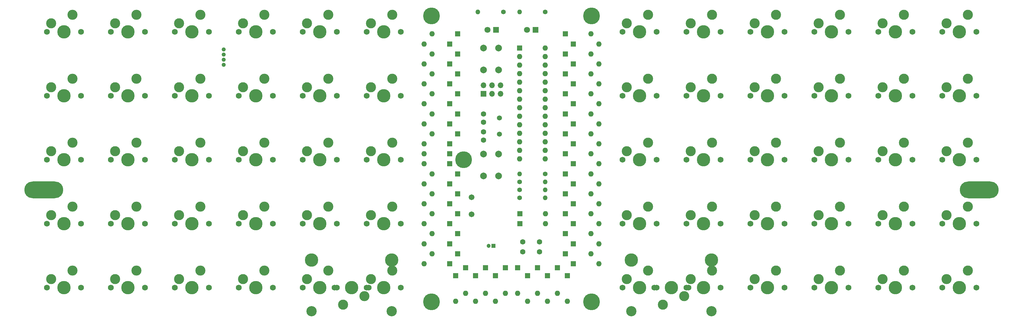
<source format=gts>
G04 #@! TF.GenerationSoftware,KiCad,Pcbnew,(5.1.10)-1*
G04 #@! TF.CreationDate,2021-12-08T21:58:55+07:00*
G04 #@! TF.ProjectId,lumberjack,6c756d62-6572-46a6-9163-6b2e6b696361,1.5*
G04 #@! TF.SameCoordinates,Original*
G04 #@! TF.FileFunction,Soldermask,Top*
G04 #@! TF.FilePolarity,Negative*
%FSLAX46Y46*%
G04 Gerber Fmt 4.6, Leading zero omitted, Abs format (unit mm)*
G04 Created by KiCad (PCBNEW (5.1.10)-1) date 2021-12-08 21:58:55*
%MOMM*%
%LPD*%
G01*
G04 APERTURE LIST*
%ADD10C,1.750000*%
%ADD11C,3.000000*%
%ADD12C,3.987800*%
%ADD13C,3.048000*%
%ADD14R,1.600000X1.600000*%
%ADD15O,1.600000X1.600000*%
%ADD16O,1.400000X1.400000*%
%ADD17C,1.400000*%
%ADD18C,1.710000*%
%ADD19C,5.000000*%
%ADD20O,11.600000X5.000000*%
%ADD21R,1.200000X1.200000*%
%ADD22C,1.200000*%
%ADD23C,1.600000*%
%ADD24R,1.700000X1.700000*%
%ADD25O,1.700000X1.700000*%
%ADD26R,1.800000X1.800000*%
%ADD27C,1.800000*%
%ADD28C,2.000000*%
%ADD29C,1.500000*%
%ADD30C,1.244600*%
G04 APERTURE END LIST*
D10*
X24129968Y-64293750D03*
X13969968Y-64293750D03*
D11*
X15239968Y-61753750D03*
D12*
X19049968Y-64293750D03*
D11*
X21589968Y-59213750D03*
D10*
X271780224Y-64293804D03*
X261620224Y-64293804D03*
D11*
X262890224Y-61753804D03*
D12*
X266700224Y-64293804D03*
D11*
X269240224Y-59213804D03*
D10*
X119380096Y-102393836D03*
X109220096Y-102393836D03*
D11*
X110490096Y-99853836D03*
D12*
X114300096Y-102393836D03*
D11*
X116840096Y-97313836D03*
D10*
X43180032Y-83343820D03*
X33020032Y-83343820D03*
D11*
X34290032Y-80803820D03*
D12*
X38100032Y-83343820D03*
D11*
X40640032Y-78263820D03*
D10*
X43180032Y-140493868D03*
X33020032Y-140493868D03*
D11*
X34290032Y-137953868D03*
D12*
X38100032Y-140493868D03*
D11*
X40640032Y-135413868D03*
D10*
X43180032Y-102393836D03*
X33020032Y-102393836D03*
D11*
X34290032Y-99853836D03*
D12*
X38100032Y-102393836D03*
D11*
X40640032Y-97313836D03*
D10*
X119380096Y-140493868D03*
X109220096Y-140493868D03*
D11*
X110490096Y-137953868D03*
D12*
X114300096Y-140493868D03*
D11*
X116840096Y-135413868D03*
D10*
X43180032Y-64293804D03*
X33020032Y-64293804D03*
D11*
X34290032Y-61753804D03*
D12*
X38100032Y-64293804D03*
D11*
X40640032Y-59213804D03*
D10*
X290830240Y-83343820D03*
X280670240Y-83343820D03*
D11*
X281940240Y-80803820D03*
D12*
X285750240Y-83343820D03*
D11*
X288290240Y-78263820D03*
D10*
X233680192Y-121443852D03*
X223520192Y-121443852D03*
D11*
X224790192Y-118903852D03*
D12*
X228600192Y-121443852D03*
D11*
X231140192Y-116363852D03*
D10*
X252730208Y-83343820D03*
X242570208Y-83343820D03*
D11*
X243840208Y-80803820D03*
D12*
X247650208Y-83343820D03*
D11*
X250190208Y-78263820D03*
D10*
X252730208Y-64293804D03*
X242570208Y-64293804D03*
D11*
X243840208Y-61753804D03*
D12*
X247650208Y-64293804D03*
D11*
X250190208Y-59213804D03*
D10*
X271780224Y-83343820D03*
X261620224Y-83343820D03*
D11*
X262890224Y-80803820D03*
D12*
X266700224Y-83343820D03*
D11*
X269240224Y-78263820D03*
D10*
X252730208Y-102393836D03*
X242570208Y-102393836D03*
D11*
X243840208Y-99853836D03*
D12*
X247650208Y-102393836D03*
D11*
X250190208Y-97313836D03*
D10*
X290830240Y-102393836D03*
X280670240Y-102393836D03*
D11*
X281940240Y-99853836D03*
D12*
X285750240Y-102393836D03*
D11*
X288290240Y-97313836D03*
D10*
X271780224Y-102393836D03*
X261620224Y-102393836D03*
D11*
X262890224Y-99853836D03*
D12*
X266700224Y-102393836D03*
D11*
X269240224Y-97313836D03*
D10*
X290830240Y-121443852D03*
X280670240Y-121443852D03*
D11*
X281940240Y-118903852D03*
D12*
X285750240Y-121443852D03*
D11*
X288290240Y-116363852D03*
D10*
X271780224Y-121443852D03*
X261620224Y-121443852D03*
D11*
X262890224Y-118903852D03*
D12*
X266700224Y-121443852D03*
D11*
X269240224Y-116363852D03*
D10*
X233680192Y-102393836D03*
X223520192Y-102393836D03*
D11*
X224790192Y-99853836D03*
D12*
X228600192Y-102393836D03*
D11*
X231140192Y-97313836D03*
D10*
X214630176Y-102393836D03*
X204470176Y-102393836D03*
D11*
X205740176Y-99853836D03*
D12*
X209550176Y-102393836D03*
D11*
X212090176Y-97313836D03*
D10*
X290830240Y-140493868D03*
X280670240Y-140493868D03*
D11*
X281940240Y-137953868D03*
D12*
X285750240Y-140493868D03*
D11*
X288290240Y-135413868D03*
D10*
X252730208Y-121443852D03*
X242570208Y-121443852D03*
D11*
X243840208Y-118903852D03*
D12*
X247650208Y-121443852D03*
D11*
X250190208Y-116363852D03*
D10*
X214630176Y-121443852D03*
X204470176Y-121443852D03*
D11*
X205740176Y-118903852D03*
D12*
X209550176Y-121443852D03*
D11*
X212090176Y-116363852D03*
D10*
X271780224Y-140493868D03*
X261620224Y-140493868D03*
D11*
X262890224Y-137953868D03*
D12*
X266700224Y-140493868D03*
D11*
X269240224Y-135413868D03*
D10*
X252730208Y-140493868D03*
X242570208Y-140493868D03*
D11*
X243840208Y-137953868D03*
D12*
X247650208Y-140493868D03*
D11*
X250190208Y-135413868D03*
D10*
X233680192Y-140493868D03*
X223520192Y-140493868D03*
D11*
X224790192Y-137953868D03*
D12*
X228600192Y-140493868D03*
D11*
X231140192Y-135413868D03*
D10*
X214630176Y-140493868D03*
X204470176Y-140493868D03*
D11*
X205740176Y-137953868D03*
D12*
X209550176Y-140493868D03*
D11*
X212090176Y-135413868D03*
D10*
X119380096Y-64293804D03*
X109220096Y-64293804D03*
D11*
X110490096Y-61753804D03*
D12*
X114300096Y-64293804D03*
D11*
X116840096Y-59213804D03*
D10*
X119380096Y-83343820D03*
X109220096Y-83343820D03*
D11*
X110490096Y-80803820D03*
D12*
X114300096Y-83343820D03*
D11*
X116840096Y-78263820D03*
D10*
X81280064Y-83343820D03*
X71120064Y-83343820D03*
D11*
X72390064Y-80803820D03*
D12*
X76200064Y-83343820D03*
D11*
X78740064Y-78263820D03*
D10*
X100330080Y-140493868D03*
X90170080Y-140493868D03*
D11*
X91440080Y-137953868D03*
D12*
X95250080Y-140493868D03*
D11*
X97790080Y-135413868D03*
D10*
X62230048Y-140493868D03*
X52070048Y-140493868D03*
D11*
X53340048Y-137953868D03*
D12*
X57150048Y-140493868D03*
D11*
X59690048Y-135413868D03*
D10*
X24130016Y-83343820D03*
X13970016Y-83343820D03*
D11*
X15240016Y-80803820D03*
D12*
X19050016Y-83343820D03*
D11*
X21590016Y-78263820D03*
D10*
X62230048Y-64293804D03*
X52070048Y-64293804D03*
D11*
X53340048Y-61753804D03*
D12*
X57150048Y-64293804D03*
D11*
X59690048Y-59213804D03*
D10*
X81280064Y-64293804D03*
X71120064Y-64293804D03*
D11*
X72390064Y-61753804D03*
D12*
X76200064Y-64293804D03*
D11*
X78740064Y-59213804D03*
D10*
X100330080Y-64293804D03*
X90170080Y-64293804D03*
D11*
X91440080Y-61753804D03*
D12*
X95250080Y-64293804D03*
D11*
X97790080Y-59213804D03*
D10*
X290830240Y-64293804D03*
X280670240Y-64293804D03*
D11*
X281940240Y-61753804D03*
D12*
X285750240Y-64293804D03*
D11*
X288290240Y-59213804D03*
D10*
X233680192Y-64293804D03*
X223520192Y-64293804D03*
D11*
X224790192Y-61753804D03*
D12*
X228600192Y-64293804D03*
D11*
X231140192Y-59213804D03*
D10*
X62230048Y-83343820D03*
X52070048Y-83343820D03*
D11*
X53340048Y-80803820D03*
D12*
X57150048Y-83343820D03*
D11*
X59690048Y-78263820D03*
D10*
X233680192Y-83343820D03*
X223520192Y-83343820D03*
D11*
X224790192Y-80803820D03*
D12*
X228600192Y-83343820D03*
D11*
X231140192Y-78263820D03*
D10*
X24130016Y-102393836D03*
X13970016Y-102393836D03*
D11*
X15240016Y-99853836D03*
D12*
X19050016Y-102393836D03*
D11*
X21590016Y-97313836D03*
D10*
X62230048Y-102393836D03*
X52070048Y-102393836D03*
D11*
X53340048Y-99853836D03*
D12*
X57150048Y-102393836D03*
D11*
X59690048Y-97313836D03*
D10*
X100330080Y-83343820D03*
X90170080Y-83343820D03*
D11*
X91440080Y-80803820D03*
D12*
X95250080Y-83343820D03*
D11*
X97790080Y-78263820D03*
D10*
X214630176Y-83343820D03*
X204470176Y-83343820D03*
D11*
X205740176Y-80803820D03*
D12*
X209550176Y-83343820D03*
D11*
X212090176Y-78263820D03*
D10*
X24130016Y-121443852D03*
X13970016Y-121443852D03*
D11*
X15240016Y-118903852D03*
D12*
X19050016Y-121443852D03*
D11*
X21590016Y-116363852D03*
D10*
X43180032Y-121443852D03*
X33020032Y-121443852D03*
D11*
X34290032Y-118903852D03*
D12*
X38100032Y-121443852D03*
D11*
X40640032Y-116363852D03*
D10*
X81280064Y-102393836D03*
X71120064Y-102393836D03*
D11*
X72390064Y-99853836D03*
D12*
X76200064Y-102393836D03*
D11*
X78740064Y-97313836D03*
D10*
X100330080Y-102393836D03*
X90170080Y-102393836D03*
D11*
X91440080Y-99853836D03*
D12*
X95250080Y-102393836D03*
D11*
X97790080Y-97313836D03*
D10*
X24130016Y-140493868D03*
X13970016Y-140493868D03*
D11*
X15240016Y-137953868D03*
D12*
X19050016Y-140493868D03*
D11*
X21590016Y-135413868D03*
D10*
X62230048Y-121443852D03*
X52070048Y-121443852D03*
D11*
X53340048Y-118903852D03*
D12*
X57150048Y-121443852D03*
D11*
X59690048Y-116363852D03*
D10*
X81280064Y-121443852D03*
X71120064Y-121443852D03*
D11*
X72390064Y-118903852D03*
D12*
X76200064Y-121443852D03*
D11*
X78740064Y-116363852D03*
D10*
X100330080Y-121443852D03*
X90170080Y-121443852D03*
D11*
X91440080Y-118903852D03*
D12*
X95250080Y-121443852D03*
D11*
X97790080Y-116363852D03*
D10*
X81280064Y-140493868D03*
X71120064Y-140493868D03*
D11*
X72390064Y-137953868D03*
D12*
X76200064Y-140493868D03*
D11*
X78740064Y-135413868D03*
D10*
X119380096Y-121443852D03*
X109220096Y-121443852D03*
D11*
X110490096Y-118903852D03*
D12*
X114300096Y-121443852D03*
D11*
X116840096Y-116363852D03*
D10*
X214630176Y-64293804D03*
X204470176Y-64293804D03*
D11*
X205740176Y-61753804D03*
D12*
X209550176Y-64293804D03*
D11*
X212090176Y-59213804D03*
D10*
X195580160Y-64293804D03*
X185420160Y-64293804D03*
D11*
X186690160Y-61753804D03*
D12*
X190500160Y-64293804D03*
D11*
X193040160Y-59213804D03*
D10*
X195580160Y-83343820D03*
X185420160Y-83343820D03*
D11*
X186690160Y-80803820D03*
D12*
X190500160Y-83343820D03*
D11*
X193040160Y-78263820D03*
D10*
X195580160Y-102393836D03*
X185420160Y-102393836D03*
D11*
X186690160Y-99853836D03*
D12*
X190500160Y-102393836D03*
D11*
X193040160Y-97313836D03*
D10*
X195580160Y-121443852D03*
X185420160Y-121443852D03*
D11*
X186690160Y-118903852D03*
D12*
X190500160Y-121443852D03*
D11*
X193040160Y-116363852D03*
D10*
X195580160Y-140493868D03*
X185420160Y-140493868D03*
D11*
X186690160Y-137953868D03*
D12*
X190500160Y-140493868D03*
D11*
X193040160Y-135413868D03*
D12*
X211963168Y-132238868D03*
X188087168Y-132238868D03*
D13*
X211963168Y-147478868D03*
X188087168Y-147478868D03*
D10*
X194945168Y-140493868D03*
X205105168Y-140493868D03*
D11*
X203835168Y-143033868D03*
D12*
X200025168Y-140493868D03*
D11*
X197485168Y-145573868D03*
D12*
X116713088Y-132238868D03*
X92837088Y-132238868D03*
D13*
X116713088Y-147478868D03*
X92837088Y-147478868D03*
D10*
X99695088Y-140493868D03*
X109855088Y-140493868D03*
D11*
X108585088Y-143033868D03*
D12*
X104775088Y-140493868D03*
D11*
X102235088Y-145573868D03*
D14*
X133945425Y-85725072D03*
D15*
X126325425Y-85725072D03*
D16*
X154781380Y-106561027D03*
D17*
X162401380Y-106561027D03*
D16*
X162401380Y-108942279D03*
D17*
X154781380Y-108942279D03*
D18*
X140493868Y-113546035D03*
X140493868Y-118626035D03*
D14*
X144661059Y-134540738D03*
D15*
X144661059Y-142160738D03*
D14*
X136326677Y-118467287D03*
D15*
X128706677Y-118467287D03*
D19*
X138112616Y-102393836D03*
D14*
X168473579Y-118467287D03*
D15*
X176093579Y-118467287D03*
D14*
X170854831Y-73818812D03*
D15*
X178474831Y-73818812D03*
X126325425Y-67865682D03*
D14*
X133945425Y-67865682D03*
D20*
X13096886Y-111323531D03*
X291703370Y-111323531D03*
D19*
X128587608Y-59531300D03*
X176212648Y-59531300D03*
X128587608Y-144661059D03*
X176212648Y-144661059D03*
D21*
X147042311Y-127992295D03*
D22*
X145542311Y-127992295D03*
D23*
X155734510Y-126801669D03*
X160734510Y-126801669D03*
X160734510Y-129778234D03*
X155734510Y-129778234D03*
X144065746Y-96559454D03*
X144065746Y-94059454D03*
X144065746Y-88701637D03*
X144065746Y-91201637D03*
D24*
X144065746Y-82748507D03*
D25*
X144065746Y-80208507D03*
X146605746Y-82748507D03*
X146605746Y-80208507D03*
X149145746Y-82748507D03*
X149145746Y-80208507D03*
D26*
X159543884Y-63698491D03*
D27*
X157003884Y-63698491D03*
D28*
X148565746Y-75604751D03*
X144065746Y-75604751D03*
X148565746Y-69104751D03*
X144065746Y-69104751D03*
X144065746Y-100656340D03*
X148565746Y-100656340D03*
X144065746Y-107156340D03*
X148565746Y-107156340D03*
D29*
X148828250Y-89892263D03*
X148828250Y-94772263D03*
D14*
X154781380Y-69056308D03*
D15*
X162401380Y-102076308D03*
X154781380Y-71596308D03*
X162401380Y-99536308D03*
X154781380Y-74136308D03*
X162401380Y-96996308D03*
X154781380Y-76676308D03*
X162401380Y-94456308D03*
X154781380Y-79216308D03*
X162401380Y-91916308D03*
X154781380Y-81756308D03*
X162401380Y-89376308D03*
X154781380Y-84296308D03*
X162401380Y-86836308D03*
X154781380Y-86836308D03*
X162401380Y-84296308D03*
X154781380Y-89376308D03*
X162401380Y-81756308D03*
X154781380Y-91916308D03*
X162401380Y-79216308D03*
X154781380Y-94456308D03*
X162401380Y-76676308D03*
X154781380Y-96996308D03*
X162401380Y-74136308D03*
X154781380Y-99536308D03*
X162401380Y-71596308D03*
X154781380Y-102076308D03*
X162401380Y-69056308D03*
D14*
X154900449Y-121443852D03*
D15*
X162520449Y-121443852D03*
X162520449Y-118467287D03*
D14*
X154900449Y-118467287D03*
X136326677Y-76795377D03*
D15*
X128706677Y-76795377D03*
D14*
X133945425Y-73818812D03*
D15*
X126325425Y-73818812D03*
X128706677Y-70842247D03*
D14*
X136326677Y-70842247D03*
X136326677Y-64889117D03*
D15*
X128706677Y-64889117D03*
D14*
X168473579Y-76795377D03*
D15*
X176093579Y-76795377D03*
X176093579Y-70842247D03*
D14*
X168473579Y-70842247D03*
X170854831Y-67865682D03*
D15*
X178474831Y-67865682D03*
D14*
X136326677Y-82748507D03*
D15*
X128706677Y-82748507D03*
X128706677Y-88701637D03*
D14*
X136326677Y-88701637D03*
D15*
X126325425Y-91678202D03*
D14*
X133945425Y-91678202D03*
X133945425Y-79771942D03*
D15*
X126325425Y-79771942D03*
X176093579Y-82748507D03*
D14*
X168473579Y-82748507D03*
X170854831Y-85725072D03*
D15*
X178474831Y-85725072D03*
D14*
X168473579Y-88701637D03*
D15*
X176093579Y-88701637D03*
D14*
X170854831Y-91678202D03*
D15*
X178474831Y-91678202D03*
X126325425Y-100607897D03*
D14*
X133945425Y-100607897D03*
D15*
X126325425Y-103584462D03*
D14*
X133945425Y-103584462D03*
D15*
X128706677Y-106561027D03*
D14*
X136326677Y-106561027D03*
X136326677Y-94654767D03*
D15*
X128706677Y-94654767D03*
D14*
X133945425Y-97631332D03*
D15*
X126325425Y-97631332D03*
D14*
X168473579Y-100607897D03*
D15*
X176093579Y-100607897D03*
D14*
X170854831Y-103584462D03*
D15*
X178474831Y-103584462D03*
D14*
X168473579Y-106561027D03*
D15*
X176093579Y-106561027D03*
D14*
X168473579Y-94654767D03*
D15*
X176093579Y-94654767D03*
X126325425Y-121443852D03*
D14*
X133945425Y-121443852D03*
D15*
X126325425Y-109537592D03*
D14*
X133945425Y-109537592D03*
X136326677Y-112514157D03*
D15*
X128706677Y-112514157D03*
D14*
X133945425Y-115490722D03*
D15*
X126325425Y-115490722D03*
D14*
X170854831Y-121443852D03*
D15*
X178474831Y-121443852D03*
D14*
X170854831Y-109537592D03*
D15*
X178474831Y-109537592D03*
D14*
X168473579Y-112514157D03*
D15*
X176093579Y-112514157D03*
X150614189Y-142160738D03*
D14*
X150614189Y-134540738D03*
D15*
X128706677Y-124420417D03*
D14*
X136326677Y-124420417D03*
D15*
X126325425Y-127396982D03*
D14*
X133945425Y-127396982D03*
D15*
X128706677Y-130373547D03*
D14*
X136326677Y-130373547D03*
D15*
X154186067Y-142160738D03*
D14*
X154186067Y-134540738D03*
D15*
X176093579Y-124420417D03*
D14*
X168473579Y-124420417D03*
D15*
X178474831Y-127396982D03*
D14*
X170854831Y-127396982D03*
D15*
X176093579Y-130373547D03*
D14*
X168473579Y-130373547D03*
X147637624Y-136921990D03*
D15*
X147637624Y-144541990D03*
D14*
X141684494Y-136921990D03*
D15*
X141684494Y-144541990D03*
D14*
X138707929Y-134540738D03*
D15*
X138707929Y-142160738D03*
D14*
X157162632Y-136921990D03*
D15*
X157162632Y-144541990D03*
D14*
X160139197Y-134540738D03*
D15*
X160139197Y-142160738D03*
D14*
X163115762Y-136921990D03*
D15*
X163115762Y-144541990D03*
D14*
X166092327Y-134540738D03*
D15*
X166092327Y-142160738D03*
D26*
X147796372Y-63698491D03*
D27*
X145256372Y-63698491D03*
D15*
X126325425Y-133350112D03*
D14*
X133945425Y-133350112D03*
X135731364Y-136921990D03*
D15*
X135731364Y-144541990D03*
X176093579Y-64889117D03*
D14*
X168473579Y-64889117D03*
X170854831Y-79771942D03*
D15*
X178474831Y-79771942D03*
X178474831Y-97631332D03*
D14*
X170854831Y-97631332D03*
X170854831Y-115490722D03*
D15*
X178474831Y-115490722D03*
X178474831Y-133350112D03*
D14*
X170854831Y-133350112D03*
X169068892Y-136921990D03*
D15*
X169068892Y-144541990D03*
D16*
X162401380Y-113704783D03*
D17*
X154781380Y-113704783D03*
X154781380Y-111323531D03*
D16*
X162401380Y-111323531D03*
X142398876Y-58340674D03*
D17*
X150018876Y-58340674D03*
X162401380Y-58340674D03*
D16*
X154781380Y-58340674D03*
D30*
X66675000Y-74056875D03*
X66675000Y-72556876D03*
X66675000Y-71056874D03*
X66675000Y-69556874D03*
M02*

</source>
